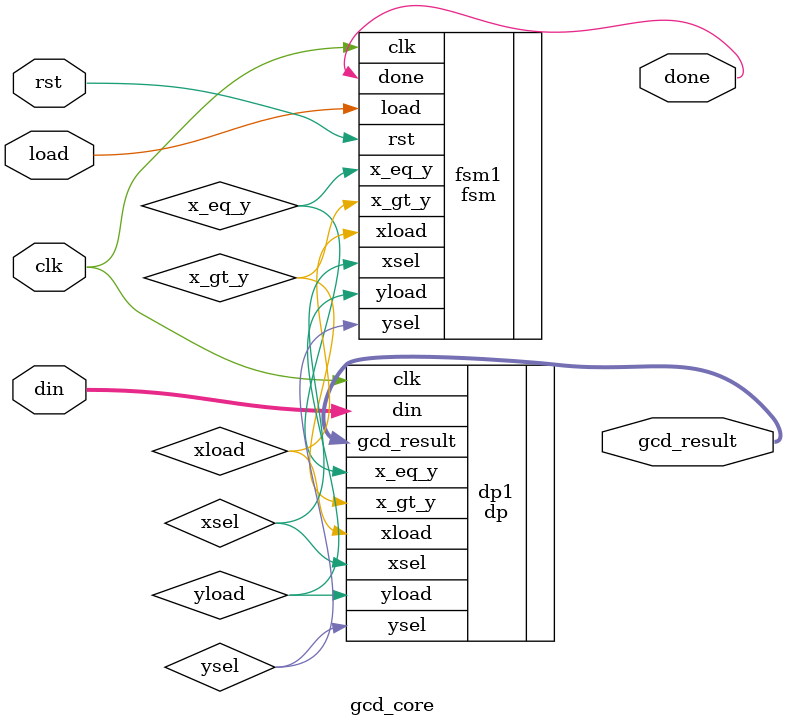
<source format=sv>
`timescale 1ns / 1ps

module gcd_core(
    input logic clk,
    input logic rst,
    input logic load,
    input logic [7:0] din,
    output logic [7:0] gcd_result,
    output logic done
    );
// internal signals
    logic xsel, xload, ysel, yload; 
    logic sub_sel, x_eq_y, x_gt_y;
   
// Instantiate the datapath - could have used .name or .*
dp dp1 (
    .clk(clk), 
    .xsel(xsel), 
    .xload(xload), 
    .ysel(ysel), 
    .yload(yload), 
    .din(din), 
    .x_eq_y(x_eq_y), 
    .x_gt_y(x_gt_y), 
    .gcd_result(gcd_result)
    );

// Instantiate the controller
fsm fsm1 (
    .clk(clk), 
    .rst(rst), 
    .load(load), 
    .x_eq_y(x_eq_y), 
    .x_gt_y(x_gt_y), 
    .xsel(xsel), 
    .xload(xload), 
    .ysel(ysel), 
    .yload(yload), 
//    .sub_sel(sub_sel), 
    .done(done)
    );
endmodule
</source>
